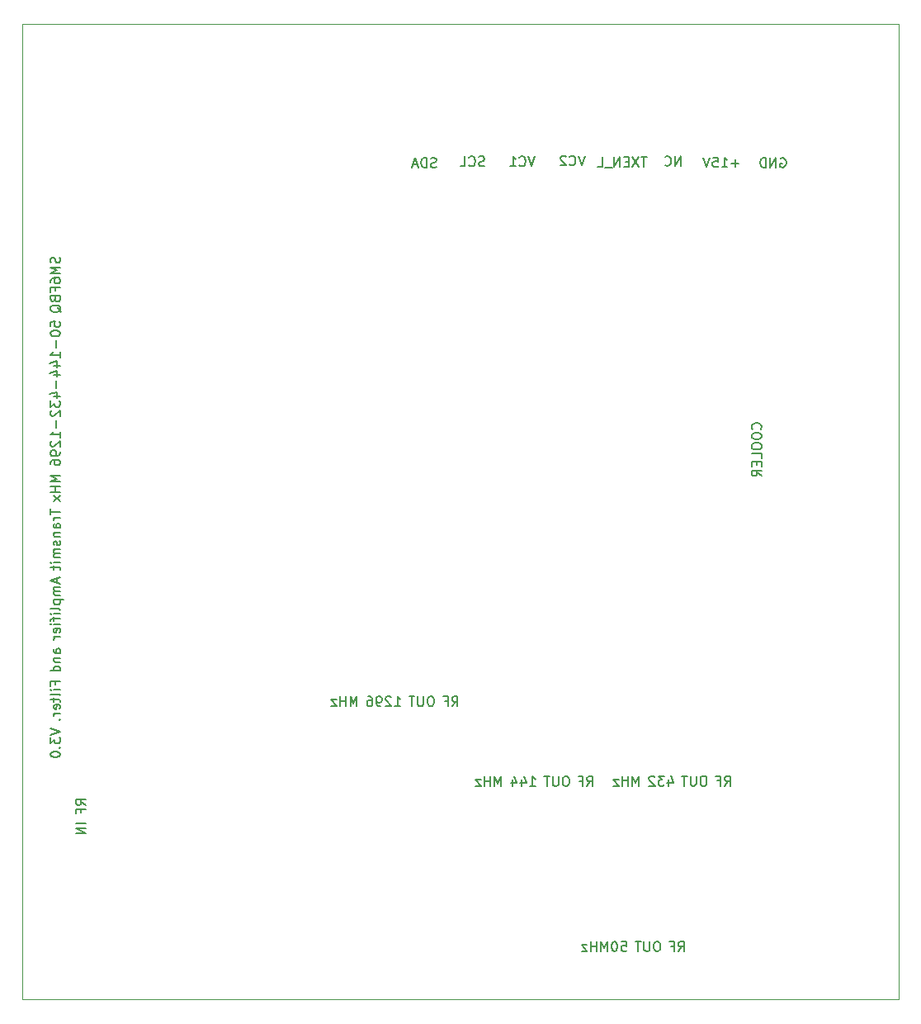
<source format=gbr>
%TF.GenerationSoftware,KiCad,Pcbnew,(7.0.0-0)*%
%TF.CreationDate,2023-05-05T21:57:13+02:00*%
%TF.ProjectId,Filter-forest-v3,46696c74-6572-42d6-966f-726573742d76,rev?*%
%TF.SameCoordinates,Original*%
%TF.FileFunction,Legend,Bot*%
%TF.FilePolarity,Positive*%
%FSLAX46Y46*%
G04 Gerber Fmt 4.6, Leading zero omitted, Abs format (unit mm)*
G04 Created by KiCad (PCBNEW (7.0.0-0)) date 2023-05-05 21:57:13*
%MOMM*%
%LPD*%
G01*
G04 APERTURE LIST*
%ADD10C,0.150000*%
%TA.AperFunction,Profile*%
%ADD11C,0.100000*%
%TD*%
G04 APERTURE END LIST*
D10*
X80044761Y-53900476D02*
X80092380Y-54043333D01*
X80092380Y-54043333D02*
X80092380Y-54281428D01*
X80092380Y-54281428D02*
X80044761Y-54376666D01*
X80044761Y-54376666D02*
X79997142Y-54424285D01*
X79997142Y-54424285D02*
X79901904Y-54471904D01*
X79901904Y-54471904D02*
X79806666Y-54471904D01*
X79806666Y-54471904D02*
X79711428Y-54424285D01*
X79711428Y-54424285D02*
X79663809Y-54376666D01*
X79663809Y-54376666D02*
X79616190Y-54281428D01*
X79616190Y-54281428D02*
X79568571Y-54090952D01*
X79568571Y-54090952D02*
X79520952Y-53995714D01*
X79520952Y-53995714D02*
X79473333Y-53948095D01*
X79473333Y-53948095D02*
X79378095Y-53900476D01*
X79378095Y-53900476D02*
X79282857Y-53900476D01*
X79282857Y-53900476D02*
X79187619Y-53948095D01*
X79187619Y-53948095D02*
X79140000Y-53995714D01*
X79140000Y-53995714D02*
X79092380Y-54090952D01*
X79092380Y-54090952D02*
X79092380Y-54329047D01*
X79092380Y-54329047D02*
X79140000Y-54471904D01*
X80092380Y-54900476D02*
X79092380Y-54900476D01*
X79092380Y-54900476D02*
X79806666Y-55233809D01*
X79806666Y-55233809D02*
X79092380Y-55567142D01*
X79092380Y-55567142D02*
X80092380Y-55567142D01*
X79092380Y-56471904D02*
X79092380Y-56281428D01*
X79092380Y-56281428D02*
X79140000Y-56186190D01*
X79140000Y-56186190D02*
X79187619Y-56138571D01*
X79187619Y-56138571D02*
X79330476Y-56043333D01*
X79330476Y-56043333D02*
X79520952Y-55995714D01*
X79520952Y-55995714D02*
X79901904Y-55995714D01*
X79901904Y-55995714D02*
X79997142Y-56043333D01*
X79997142Y-56043333D02*
X80044761Y-56090952D01*
X80044761Y-56090952D02*
X80092380Y-56186190D01*
X80092380Y-56186190D02*
X80092380Y-56376666D01*
X80092380Y-56376666D02*
X80044761Y-56471904D01*
X80044761Y-56471904D02*
X79997142Y-56519523D01*
X79997142Y-56519523D02*
X79901904Y-56567142D01*
X79901904Y-56567142D02*
X79663809Y-56567142D01*
X79663809Y-56567142D02*
X79568571Y-56519523D01*
X79568571Y-56519523D02*
X79520952Y-56471904D01*
X79520952Y-56471904D02*
X79473333Y-56376666D01*
X79473333Y-56376666D02*
X79473333Y-56186190D01*
X79473333Y-56186190D02*
X79520952Y-56090952D01*
X79520952Y-56090952D02*
X79568571Y-56043333D01*
X79568571Y-56043333D02*
X79663809Y-55995714D01*
X79568571Y-57329047D02*
X79568571Y-56995714D01*
X80092380Y-56995714D02*
X79092380Y-56995714D01*
X79092380Y-56995714D02*
X79092380Y-57471904D01*
X79568571Y-58186190D02*
X79616190Y-58329047D01*
X79616190Y-58329047D02*
X79663809Y-58376666D01*
X79663809Y-58376666D02*
X79759047Y-58424285D01*
X79759047Y-58424285D02*
X79901904Y-58424285D01*
X79901904Y-58424285D02*
X79997142Y-58376666D01*
X79997142Y-58376666D02*
X80044761Y-58329047D01*
X80044761Y-58329047D02*
X80092380Y-58233809D01*
X80092380Y-58233809D02*
X80092380Y-57852857D01*
X80092380Y-57852857D02*
X79092380Y-57852857D01*
X79092380Y-57852857D02*
X79092380Y-58186190D01*
X79092380Y-58186190D02*
X79140000Y-58281428D01*
X79140000Y-58281428D02*
X79187619Y-58329047D01*
X79187619Y-58329047D02*
X79282857Y-58376666D01*
X79282857Y-58376666D02*
X79378095Y-58376666D01*
X79378095Y-58376666D02*
X79473333Y-58329047D01*
X79473333Y-58329047D02*
X79520952Y-58281428D01*
X79520952Y-58281428D02*
X79568571Y-58186190D01*
X79568571Y-58186190D02*
X79568571Y-57852857D01*
X80187619Y-59519523D02*
X80140000Y-59424285D01*
X80140000Y-59424285D02*
X80044761Y-59329047D01*
X80044761Y-59329047D02*
X79901904Y-59186190D01*
X79901904Y-59186190D02*
X79854285Y-59090952D01*
X79854285Y-59090952D02*
X79854285Y-58995714D01*
X80092380Y-59043333D02*
X80044761Y-58948095D01*
X80044761Y-58948095D02*
X79949523Y-58852857D01*
X79949523Y-58852857D02*
X79759047Y-58805238D01*
X79759047Y-58805238D02*
X79425714Y-58805238D01*
X79425714Y-58805238D02*
X79235238Y-58852857D01*
X79235238Y-58852857D02*
X79140000Y-58948095D01*
X79140000Y-58948095D02*
X79092380Y-59043333D01*
X79092380Y-59043333D02*
X79092380Y-59233809D01*
X79092380Y-59233809D02*
X79140000Y-59329047D01*
X79140000Y-59329047D02*
X79235238Y-59424285D01*
X79235238Y-59424285D02*
X79425714Y-59471904D01*
X79425714Y-59471904D02*
X79759047Y-59471904D01*
X79759047Y-59471904D02*
X79949523Y-59424285D01*
X79949523Y-59424285D02*
X80044761Y-59329047D01*
X80044761Y-59329047D02*
X80092380Y-59233809D01*
X80092380Y-59233809D02*
X80092380Y-59043333D01*
X79092380Y-60976666D02*
X79092380Y-60500476D01*
X79092380Y-60500476D02*
X79568571Y-60452857D01*
X79568571Y-60452857D02*
X79520952Y-60500476D01*
X79520952Y-60500476D02*
X79473333Y-60595714D01*
X79473333Y-60595714D02*
X79473333Y-60833809D01*
X79473333Y-60833809D02*
X79520952Y-60929047D01*
X79520952Y-60929047D02*
X79568571Y-60976666D01*
X79568571Y-60976666D02*
X79663809Y-61024285D01*
X79663809Y-61024285D02*
X79901904Y-61024285D01*
X79901904Y-61024285D02*
X79997142Y-60976666D01*
X79997142Y-60976666D02*
X80044761Y-60929047D01*
X80044761Y-60929047D02*
X80092380Y-60833809D01*
X80092380Y-60833809D02*
X80092380Y-60595714D01*
X80092380Y-60595714D02*
X80044761Y-60500476D01*
X80044761Y-60500476D02*
X79997142Y-60452857D01*
X79092380Y-61643333D02*
X79092380Y-61738571D01*
X79092380Y-61738571D02*
X79140000Y-61833809D01*
X79140000Y-61833809D02*
X79187619Y-61881428D01*
X79187619Y-61881428D02*
X79282857Y-61929047D01*
X79282857Y-61929047D02*
X79473333Y-61976666D01*
X79473333Y-61976666D02*
X79711428Y-61976666D01*
X79711428Y-61976666D02*
X79901904Y-61929047D01*
X79901904Y-61929047D02*
X79997142Y-61881428D01*
X79997142Y-61881428D02*
X80044761Y-61833809D01*
X80044761Y-61833809D02*
X80092380Y-61738571D01*
X80092380Y-61738571D02*
X80092380Y-61643333D01*
X80092380Y-61643333D02*
X80044761Y-61548095D01*
X80044761Y-61548095D02*
X79997142Y-61500476D01*
X79997142Y-61500476D02*
X79901904Y-61452857D01*
X79901904Y-61452857D02*
X79711428Y-61405238D01*
X79711428Y-61405238D02*
X79473333Y-61405238D01*
X79473333Y-61405238D02*
X79282857Y-61452857D01*
X79282857Y-61452857D02*
X79187619Y-61500476D01*
X79187619Y-61500476D02*
X79140000Y-61548095D01*
X79140000Y-61548095D02*
X79092380Y-61643333D01*
X79711428Y-62405238D02*
X79711428Y-63167143D01*
X80092380Y-64167142D02*
X80092380Y-63595714D01*
X80092380Y-63881428D02*
X79092380Y-63881428D01*
X79092380Y-63881428D02*
X79235238Y-63786190D01*
X79235238Y-63786190D02*
X79330476Y-63690952D01*
X79330476Y-63690952D02*
X79378095Y-63595714D01*
X79425714Y-65024285D02*
X80092380Y-65024285D01*
X79044761Y-64786190D02*
X79759047Y-64548095D01*
X79759047Y-64548095D02*
X79759047Y-65167142D01*
X79425714Y-65976666D02*
X80092380Y-65976666D01*
X79044761Y-65738571D02*
X79759047Y-65500476D01*
X79759047Y-65500476D02*
X79759047Y-66119523D01*
X79711428Y-66500476D02*
X79711428Y-67262381D01*
X79425714Y-68167142D02*
X80092380Y-68167142D01*
X79044761Y-67929047D02*
X79759047Y-67690952D01*
X79759047Y-67690952D02*
X79759047Y-68309999D01*
X79092380Y-68595714D02*
X79092380Y-69214761D01*
X79092380Y-69214761D02*
X79473333Y-68881428D01*
X79473333Y-68881428D02*
X79473333Y-69024285D01*
X79473333Y-69024285D02*
X79520952Y-69119523D01*
X79520952Y-69119523D02*
X79568571Y-69167142D01*
X79568571Y-69167142D02*
X79663809Y-69214761D01*
X79663809Y-69214761D02*
X79901904Y-69214761D01*
X79901904Y-69214761D02*
X79997142Y-69167142D01*
X79997142Y-69167142D02*
X80044761Y-69119523D01*
X80044761Y-69119523D02*
X80092380Y-69024285D01*
X80092380Y-69024285D02*
X80092380Y-68738571D01*
X80092380Y-68738571D02*
X80044761Y-68643333D01*
X80044761Y-68643333D02*
X79997142Y-68595714D01*
X79187619Y-69595714D02*
X79140000Y-69643333D01*
X79140000Y-69643333D02*
X79092380Y-69738571D01*
X79092380Y-69738571D02*
X79092380Y-69976666D01*
X79092380Y-69976666D02*
X79140000Y-70071904D01*
X79140000Y-70071904D02*
X79187619Y-70119523D01*
X79187619Y-70119523D02*
X79282857Y-70167142D01*
X79282857Y-70167142D02*
X79378095Y-70167142D01*
X79378095Y-70167142D02*
X79520952Y-70119523D01*
X79520952Y-70119523D02*
X80092380Y-69548095D01*
X80092380Y-69548095D02*
X80092380Y-70167142D01*
X79711428Y-70595714D02*
X79711428Y-71357619D01*
X80092380Y-72357618D02*
X80092380Y-71786190D01*
X80092380Y-72071904D02*
X79092380Y-72071904D01*
X79092380Y-72071904D02*
X79235238Y-71976666D01*
X79235238Y-71976666D02*
X79330476Y-71881428D01*
X79330476Y-71881428D02*
X79378095Y-71786190D01*
X79187619Y-72738571D02*
X79140000Y-72786190D01*
X79140000Y-72786190D02*
X79092380Y-72881428D01*
X79092380Y-72881428D02*
X79092380Y-73119523D01*
X79092380Y-73119523D02*
X79140000Y-73214761D01*
X79140000Y-73214761D02*
X79187619Y-73262380D01*
X79187619Y-73262380D02*
X79282857Y-73309999D01*
X79282857Y-73309999D02*
X79378095Y-73309999D01*
X79378095Y-73309999D02*
X79520952Y-73262380D01*
X79520952Y-73262380D02*
X80092380Y-72690952D01*
X80092380Y-72690952D02*
X80092380Y-73309999D01*
X80092380Y-73786190D02*
X80092380Y-73976666D01*
X80092380Y-73976666D02*
X80044761Y-74071904D01*
X80044761Y-74071904D02*
X79997142Y-74119523D01*
X79997142Y-74119523D02*
X79854285Y-74214761D01*
X79854285Y-74214761D02*
X79663809Y-74262380D01*
X79663809Y-74262380D02*
X79282857Y-74262380D01*
X79282857Y-74262380D02*
X79187619Y-74214761D01*
X79187619Y-74214761D02*
X79140000Y-74167142D01*
X79140000Y-74167142D02*
X79092380Y-74071904D01*
X79092380Y-74071904D02*
X79092380Y-73881428D01*
X79092380Y-73881428D02*
X79140000Y-73786190D01*
X79140000Y-73786190D02*
X79187619Y-73738571D01*
X79187619Y-73738571D02*
X79282857Y-73690952D01*
X79282857Y-73690952D02*
X79520952Y-73690952D01*
X79520952Y-73690952D02*
X79616190Y-73738571D01*
X79616190Y-73738571D02*
X79663809Y-73786190D01*
X79663809Y-73786190D02*
X79711428Y-73881428D01*
X79711428Y-73881428D02*
X79711428Y-74071904D01*
X79711428Y-74071904D02*
X79663809Y-74167142D01*
X79663809Y-74167142D02*
X79616190Y-74214761D01*
X79616190Y-74214761D02*
X79520952Y-74262380D01*
X79092380Y-75119523D02*
X79092380Y-74929047D01*
X79092380Y-74929047D02*
X79140000Y-74833809D01*
X79140000Y-74833809D02*
X79187619Y-74786190D01*
X79187619Y-74786190D02*
X79330476Y-74690952D01*
X79330476Y-74690952D02*
X79520952Y-74643333D01*
X79520952Y-74643333D02*
X79901904Y-74643333D01*
X79901904Y-74643333D02*
X79997142Y-74690952D01*
X79997142Y-74690952D02*
X80044761Y-74738571D01*
X80044761Y-74738571D02*
X80092380Y-74833809D01*
X80092380Y-74833809D02*
X80092380Y-75024285D01*
X80092380Y-75024285D02*
X80044761Y-75119523D01*
X80044761Y-75119523D02*
X79997142Y-75167142D01*
X79997142Y-75167142D02*
X79901904Y-75214761D01*
X79901904Y-75214761D02*
X79663809Y-75214761D01*
X79663809Y-75214761D02*
X79568571Y-75167142D01*
X79568571Y-75167142D02*
X79520952Y-75119523D01*
X79520952Y-75119523D02*
X79473333Y-75024285D01*
X79473333Y-75024285D02*
X79473333Y-74833809D01*
X79473333Y-74833809D02*
X79520952Y-74738571D01*
X79520952Y-74738571D02*
X79568571Y-74690952D01*
X79568571Y-74690952D02*
X79663809Y-74643333D01*
X80092380Y-76243333D02*
X79092380Y-76243333D01*
X79092380Y-76243333D02*
X79806666Y-76576666D01*
X79806666Y-76576666D02*
X79092380Y-76909999D01*
X79092380Y-76909999D02*
X80092380Y-76909999D01*
X80092380Y-77386190D02*
X79092380Y-77386190D01*
X79568571Y-77386190D02*
X79568571Y-77957618D01*
X80092380Y-77957618D02*
X79092380Y-77957618D01*
X80092380Y-78338571D02*
X79425714Y-78862380D01*
X79425714Y-78338571D02*
X80092380Y-78862380D01*
X79092380Y-79700476D02*
X79092380Y-80271904D01*
X80092380Y-79986190D02*
X79092380Y-79986190D01*
X80092380Y-80605238D02*
X79425714Y-80605238D01*
X79616190Y-80605238D02*
X79520952Y-80652857D01*
X79520952Y-80652857D02*
X79473333Y-80700476D01*
X79473333Y-80700476D02*
X79425714Y-80795714D01*
X79425714Y-80795714D02*
X79425714Y-80890952D01*
X80092380Y-81652857D02*
X79568571Y-81652857D01*
X79568571Y-81652857D02*
X79473333Y-81605238D01*
X79473333Y-81605238D02*
X79425714Y-81510000D01*
X79425714Y-81510000D02*
X79425714Y-81319524D01*
X79425714Y-81319524D02*
X79473333Y-81224286D01*
X80044761Y-81652857D02*
X80092380Y-81557619D01*
X80092380Y-81557619D02*
X80092380Y-81319524D01*
X80092380Y-81319524D02*
X80044761Y-81224286D01*
X80044761Y-81224286D02*
X79949523Y-81176667D01*
X79949523Y-81176667D02*
X79854285Y-81176667D01*
X79854285Y-81176667D02*
X79759047Y-81224286D01*
X79759047Y-81224286D02*
X79711428Y-81319524D01*
X79711428Y-81319524D02*
X79711428Y-81557619D01*
X79711428Y-81557619D02*
X79663809Y-81652857D01*
X79425714Y-82129048D02*
X80092380Y-82129048D01*
X79520952Y-82129048D02*
X79473333Y-82176667D01*
X79473333Y-82176667D02*
X79425714Y-82271905D01*
X79425714Y-82271905D02*
X79425714Y-82414762D01*
X79425714Y-82414762D02*
X79473333Y-82510000D01*
X79473333Y-82510000D02*
X79568571Y-82557619D01*
X79568571Y-82557619D02*
X80092380Y-82557619D01*
X80044761Y-82986191D02*
X80092380Y-83081429D01*
X80092380Y-83081429D02*
X80092380Y-83271905D01*
X80092380Y-83271905D02*
X80044761Y-83367143D01*
X80044761Y-83367143D02*
X79949523Y-83414762D01*
X79949523Y-83414762D02*
X79901904Y-83414762D01*
X79901904Y-83414762D02*
X79806666Y-83367143D01*
X79806666Y-83367143D02*
X79759047Y-83271905D01*
X79759047Y-83271905D02*
X79759047Y-83129048D01*
X79759047Y-83129048D02*
X79711428Y-83033810D01*
X79711428Y-83033810D02*
X79616190Y-82986191D01*
X79616190Y-82986191D02*
X79568571Y-82986191D01*
X79568571Y-82986191D02*
X79473333Y-83033810D01*
X79473333Y-83033810D02*
X79425714Y-83129048D01*
X79425714Y-83129048D02*
X79425714Y-83271905D01*
X79425714Y-83271905D02*
X79473333Y-83367143D01*
X80092380Y-83843334D02*
X79425714Y-83843334D01*
X79520952Y-83843334D02*
X79473333Y-83890953D01*
X79473333Y-83890953D02*
X79425714Y-83986191D01*
X79425714Y-83986191D02*
X79425714Y-84129048D01*
X79425714Y-84129048D02*
X79473333Y-84224286D01*
X79473333Y-84224286D02*
X79568571Y-84271905D01*
X79568571Y-84271905D02*
X80092380Y-84271905D01*
X79568571Y-84271905D02*
X79473333Y-84319524D01*
X79473333Y-84319524D02*
X79425714Y-84414762D01*
X79425714Y-84414762D02*
X79425714Y-84557619D01*
X79425714Y-84557619D02*
X79473333Y-84652858D01*
X79473333Y-84652858D02*
X79568571Y-84700477D01*
X79568571Y-84700477D02*
X80092380Y-84700477D01*
X80092380Y-85176667D02*
X79425714Y-85176667D01*
X79092380Y-85176667D02*
X79140000Y-85129048D01*
X79140000Y-85129048D02*
X79187619Y-85176667D01*
X79187619Y-85176667D02*
X79140000Y-85224286D01*
X79140000Y-85224286D02*
X79092380Y-85176667D01*
X79092380Y-85176667D02*
X79187619Y-85176667D01*
X79425714Y-85510000D02*
X79425714Y-85890952D01*
X79092380Y-85652857D02*
X79949523Y-85652857D01*
X79949523Y-85652857D02*
X80044761Y-85700476D01*
X80044761Y-85700476D02*
X80092380Y-85795714D01*
X80092380Y-85795714D02*
X80092380Y-85890952D01*
X79806666Y-86776667D02*
X79806666Y-87252857D01*
X80092380Y-86681429D02*
X79092380Y-87014762D01*
X79092380Y-87014762D02*
X80092380Y-87348095D01*
X80092380Y-87681429D02*
X79425714Y-87681429D01*
X79520952Y-87681429D02*
X79473333Y-87729048D01*
X79473333Y-87729048D02*
X79425714Y-87824286D01*
X79425714Y-87824286D02*
X79425714Y-87967143D01*
X79425714Y-87967143D02*
X79473333Y-88062381D01*
X79473333Y-88062381D02*
X79568571Y-88110000D01*
X79568571Y-88110000D02*
X80092380Y-88110000D01*
X79568571Y-88110000D02*
X79473333Y-88157619D01*
X79473333Y-88157619D02*
X79425714Y-88252857D01*
X79425714Y-88252857D02*
X79425714Y-88395714D01*
X79425714Y-88395714D02*
X79473333Y-88490953D01*
X79473333Y-88490953D02*
X79568571Y-88538572D01*
X79568571Y-88538572D02*
X80092380Y-88538572D01*
X79425714Y-89014762D02*
X80425714Y-89014762D01*
X79473333Y-89014762D02*
X79425714Y-89110000D01*
X79425714Y-89110000D02*
X79425714Y-89300476D01*
X79425714Y-89300476D02*
X79473333Y-89395714D01*
X79473333Y-89395714D02*
X79520952Y-89443333D01*
X79520952Y-89443333D02*
X79616190Y-89490952D01*
X79616190Y-89490952D02*
X79901904Y-89490952D01*
X79901904Y-89490952D02*
X79997142Y-89443333D01*
X79997142Y-89443333D02*
X80044761Y-89395714D01*
X80044761Y-89395714D02*
X80092380Y-89300476D01*
X80092380Y-89300476D02*
X80092380Y-89110000D01*
X80092380Y-89110000D02*
X80044761Y-89014762D01*
X80092380Y-90062381D02*
X80044761Y-89967143D01*
X80044761Y-89967143D02*
X79949523Y-89919524D01*
X79949523Y-89919524D02*
X79092380Y-89919524D01*
X80092380Y-90443334D02*
X79425714Y-90443334D01*
X79092380Y-90443334D02*
X79140000Y-90395715D01*
X79140000Y-90395715D02*
X79187619Y-90443334D01*
X79187619Y-90443334D02*
X79140000Y-90490953D01*
X79140000Y-90490953D02*
X79092380Y-90443334D01*
X79092380Y-90443334D02*
X79187619Y-90443334D01*
X79425714Y-90776667D02*
X79425714Y-91157619D01*
X80092380Y-90919524D02*
X79235238Y-90919524D01*
X79235238Y-90919524D02*
X79140000Y-90967143D01*
X79140000Y-90967143D02*
X79092380Y-91062381D01*
X79092380Y-91062381D02*
X79092380Y-91157619D01*
X80092380Y-91490953D02*
X79425714Y-91490953D01*
X79092380Y-91490953D02*
X79140000Y-91443334D01*
X79140000Y-91443334D02*
X79187619Y-91490953D01*
X79187619Y-91490953D02*
X79140000Y-91538572D01*
X79140000Y-91538572D02*
X79092380Y-91490953D01*
X79092380Y-91490953D02*
X79187619Y-91490953D01*
X80044761Y-92348095D02*
X80092380Y-92252857D01*
X80092380Y-92252857D02*
X80092380Y-92062381D01*
X80092380Y-92062381D02*
X80044761Y-91967143D01*
X80044761Y-91967143D02*
X79949523Y-91919524D01*
X79949523Y-91919524D02*
X79568571Y-91919524D01*
X79568571Y-91919524D02*
X79473333Y-91967143D01*
X79473333Y-91967143D02*
X79425714Y-92062381D01*
X79425714Y-92062381D02*
X79425714Y-92252857D01*
X79425714Y-92252857D02*
X79473333Y-92348095D01*
X79473333Y-92348095D02*
X79568571Y-92395714D01*
X79568571Y-92395714D02*
X79663809Y-92395714D01*
X79663809Y-92395714D02*
X79759047Y-91919524D01*
X80092380Y-92824286D02*
X79425714Y-92824286D01*
X79616190Y-92824286D02*
X79520952Y-92871905D01*
X79520952Y-92871905D02*
X79473333Y-92919524D01*
X79473333Y-92919524D02*
X79425714Y-93014762D01*
X79425714Y-93014762D02*
X79425714Y-93110000D01*
X80092380Y-94471905D02*
X79568571Y-94471905D01*
X79568571Y-94471905D02*
X79473333Y-94424286D01*
X79473333Y-94424286D02*
X79425714Y-94329048D01*
X79425714Y-94329048D02*
X79425714Y-94138572D01*
X79425714Y-94138572D02*
X79473333Y-94043334D01*
X80044761Y-94471905D02*
X80092380Y-94376667D01*
X80092380Y-94376667D02*
X80092380Y-94138572D01*
X80092380Y-94138572D02*
X80044761Y-94043334D01*
X80044761Y-94043334D02*
X79949523Y-93995715D01*
X79949523Y-93995715D02*
X79854285Y-93995715D01*
X79854285Y-93995715D02*
X79759047Y-94043334D01*
X79759047Y-94043334D02*
X79711428Y-94138572D01*
X79711428Y-94138572D02*
X79711428Y-94376667D01*
X79711428Y-94376667D02*
X79663809Y-94471905D01*
X79425714Y-94948096D02*
X80092380Y-94948096D01*
X79520952Y-94948096D02*
X79473333Y-94995715D01*
X79473333Y-94995715D02*
X79425714Y-95090953D01*
X79425714Y-95090953D02*
X79425714Y-95233810D01*
X79425714Y-95233810D02*
X79473333Y-95329048D01*
X79473333Y-95329048D02*
X79568571Y-95376667D01*
X79568571Y-95376667D02*
X80092380Y-95376667D01*
X80092380Y-96281429D02*
X79092380Y-96281429D01*
X80044761Y-96281429D02*
X80092380Y-96186191D01*
X80092380Y-96186191D02*
X80092380Y-95995715D01*
X80092380Y-95995715D02*
X80044761Y-95900477D01*
X80044761Y-95900477D02*
X79997142Y-95852858D01*
X79997142Y-95852858D02*
X79901904Y-95805239D01*
X79901904Y-95805239D02*
X79616190Y-95805239D01*
X79616190Y-95805239D02*
X79520952Y-95852858D01*
X79520952Y-95852858D02*
X79473333Y-95900477D01*
X79473333Y-95900477D02*
X79425714Y-95995715D01*
X79425714Y-95995715D02*
X79425714Y-96186191D01*
X79425714Y-96186191D02*
X79473333Y-96281429D01*
X79568571Y-97690953D02*
X79568571Y-97357620D01*
X80092380Y-97357620D02*
X79092380Y-97357620D01*
X79092380Y-97357620D02*
X79092380Y-97833810D01*
X80092380Y-98214763D02*
X79425714Y-98214763D01*
X79092380Y-98214763D02*
X79140000Y-98167144D01*
X79140000Y-98167144D02*
X79187619Y-98214763D01*
X79187619Y-98214763D02*
X79140000Y-98262382D01*
X79140000Y-98262382D02*
X79092380Y-98214763D01*
X79092380Y-98214763D02*
X79187619Y-98214763D01*
X80092380Y-98833810D02*
X80044761Y-98738572D01*
X80044761Y-98738572D02*
X79949523Y-98690953D01*
X79949523Y-98690953D02*
X79092380Y-98690953D01*
X79425714Y-99071906D02*
X79425714Y-99452858D01*
X79092380Y-99214763D02*
X79949523Y-99214763D01*
X79949523Y-99214763D02*
X80044761Y-99262382D01*
X80044761Y-99262382D02*
X80092380Y-99357620D01*
X80092380Y-99357620D02*
X80092380Y-99452858D01*
X80044761Y-100167144D02*
X80092380Y-100071906D01*
X80092380Y-100071906D02*
X80092380Y-99881430D01*
X80092380Y-99881430D02*
X80044761Y-99786192D01*
X80044761Y-99786192D02*
X79949523Y-99738573D01*
X79949523Y-99738573D02*
X79568571Y-99738573D01*
X79568571Y-99738573D02*
X79473333Y-99786192D01*
X79473333Y-99786192D02*
X79425714Y-99881430D01*
X79425714Y-99881430D02*
X79425714Y-100071906D01*
X79425714Y-100071906D02*
X79473333Y-100167144D01*
X79473333Y-100167144D02*
X79568571Y-100214763D01*
X79568571Y-100214763D02*
X79663809Y-100214763D01*
X79663809Y-100214763D02*
X79759047Y-99738573D01*
X80092380Y-100643335D02*
X79425714Y-100643335D01*
X79616190Y-100643335D02*
X79520952Y-100690954D01*
X79520952Y-100690954D02*
X79473333Y-100738573D01*
X79473333Y-100738573D02*
X79425714Y-100833811D01*
X79425714Y-100833811D02*
X79425714Y-100929049D01*
X79997142Y-101262383D02*
X80044761Y-101310002D01*
X80044761Y-101310002D02*
X80092380Y-101262383D01*
X80092380Y-101262383D02*
X80044761Y-101214764D01*
X80044761Y-101214764D02*
X79997142Y-101262383D01*
X79997142Y-101262383D02*
X80092380Y-101262383D01*
X79092380Y-102195716D02*
X80092380Y-102529049D01*
X80092380Y-102529049D02*
X79092380Y-102862382D01*
X79092380Y-103100478D02*
X79092380Y-103719525D01*
X79092380Y-103719525D02*
X79473333Y-103386192D01*
X79473333Y-103386192D02*
X79473333Y-103529049D01*
X79473333Y-103529049D02*
X79520952Y-103624287D01*
X79520952Y-103624287D02*
X79568571Y-103671906D01*
X79568571Y-103671906D02*
X79663809Y-103719525D01*
X79663809Y-103719525D02*
X79901904Y-103719525D01*
X79901904Y-103719525D02*
X79997142Y-103671906D01*
X79997142Y-103671906D02*
X80044761Y-103624287D01*
X80044761Y-103624287D02*
X80092380Y-103529049D01*
X80092380Y-103529049D02*
X80092380Y-103243335D01*
X80092380Y-103243335D02*
X80044761Y-103148097D01*
X80044761Y-103148097D02*
X79997142Y-103100478D01*
X79997142Y-104148097D02*
X80044761Y-104195716D01*
X80044761Y-104195716D02*
X80092380Y-104148097D01*
X80092380Y-104148097D02*
X80044761Y-104100478D01*
X80044761Y-104100478D02*
X79997142Y-104148097D01*
X79997142Y-104148097D02*
X80092380Y-104148097D01*
X79092380Y-104814763D02*
X79092380Y-104910001D01*
X79092380Y-104910001D02*
X79140000Y-105005239D01*
X79140000Y-105005239D02*
X79187619Y-105052858D01*
X79187619Y-105052858D02*
X79282857Y-105100477D01*
X79282857Y-105100477D02*
X79473333Y-105148096D01*
X79473333Y-105148096D02*
X79711428Y-105148096D01*
X79711428Y-105148096D02*
X79901904Y-105100477D01*
X79901904Y-105100477D02*
X79997142Y-105052858D01*
X79997142Y-105052858D02*
X80044761Y-105005239D01*
X80044761Y-105005239D02*
X80092380Y-104910001D01*
X80092380Y-104910001D02*
X80092380Y-104814763D01*
X80092380Y-104814763D02*
X80044761Y-104719525D01*
X80044761Y-104719525D02*
X79997142Y-104671906D01*
X79997142Y-104671906D02*
X79901904Y-104624287D01*
X79901904Y-104624287D02*
X79711428Y-104576668D01*
X79711428Y-104576668D02*
X79473333Y-104576668D01*
X79473333Y-104576668D02*
X79282857Y-104624287D01*
X79282857Y-104624287D02*
X79187619Y-104671906D01*
X79187619Y-104671906D02*
X79140000Y-104719525D01*
X79140000Y-104719525D02*
X79092380Y-104814763D01*
X118679523Y-44634761D02*
X118536666Y-44682380D01*
X118536666Y-44682380D02*
X118298571Y-44682380D01*
X118298571Y-44682380D02*
X118203333Y-44634761D01*
X118203333Y-44634761D02*
X118155714Y-44587142D01*
X118155714Y-44587142D02*
X118108095Y-44491904D01*
X118108095Y-44491904D02*
X118108095Y-44396666D01*
X118108095Y-44396666D02*
X118155714Y-44301428D01*
X118155714Y-44301428D02*
X118203333Y-44253809D01*
X118203333Y-44253809D02*
X118298571Y-44206190D01*
X118298571Y-44206190D02*
X118489047Y-44158571D01*
X118489047Y-44158571D02*
X118584285Y-44110952D01*
X118584285Y-44110952D02*
X118631904Y-44063333D01*
X118631904Y-44063333D02*
X118679523Y-43968095D01*
X118679523Y-43968095D02*
X118679523Y-43872857D01*
X118679523Y-43872857D02*
X118631904Y-43777619D01*
X118631904Y-43777619D02*
X118584285Y-43730000D01*
X118584285Y-43730000D02*
X118489047Y-43682380D01*
X118489047Y-43682380D02*
X118250952Y-43682380D01*
X118250952Y-43682380D02*
X118108095Y-43730000D01*
X117679523Y-44682380D02*
X117679523Y-43682380D01*
X117679523Y-43682380D02*
X117441428Y-43682380D01*
X117441428Y-43682380D02*
X117298571Y-43730000D01*
X117298571Y-43730000D02*
X117203333Y-43825238D01*
X117203333Y-43825238D02*
X117155714Y-43920476D01*
X117155714Y-43920476D02*
X117108095Y-44110952D01*
X117108095Y-44110952D02*
X117108095Y-44253809D01*
X117108095Y-44253809D02*
X117155714Y-44444285D01*
X117155714Y-44444285D02*
X117203333Y-44539523D01*
X117203333Y-44539523D02*
X117298571Y-44634761D01*
X117298571Y-44634761D02*
X117441428Y-44682380D01*
X117441428Y-44682380D02*
X117679523Y-44682380D01*
X116727142Y-44396666D02*
X116250952Y-44396666D01*
X116822380Y-44682380D02*
X116489047Y-43682380D01*
X116489047Y-43682380D02*
X116155714Y-44682380D01*
X123629523Y-44504761D02*
X123486666Y-44552380D01*
X123486666Y-44552380D02*
X123248571Y-44552380D01*
X123248571Y-44552380D02*
X123153333Y-44504761D01*
X123153333Y-44504761D02*
X123105714Y-44457142D01*
X123105714Y-44457142D02*
X123058095Y-44361904D01*
X123058095Y-44361904D02*
X123058095Y-44266666D01*
X123058095Y-44266666D02*
X123105714Y-44171428D01*
X123105714Y-44171428D02*
X123153333Y-44123809D01*
X123153333Y-44123809D02*
X123248571Y-44076190D01*
X123248571Y-44076190D02*
X123439047Y-44028571D01*
X123439047Y-44028571D02*
X123534285Y-43980952D01*
X123534285Y-43980952D02*
X123581904Y-43933333D01*
X123581904Y-43933333D02*
X123629523Y-43838095D01*
X123629523Y-43838095D02*
X123629523Y-43742857D01*
X123629523Y-43742857D02*
X123581904Y-43647619D01*
X123581904Y-43647619D02*
X123534285Y-43600000D01*
X123534285Y-43600000D02*
X123439047Y-43552380D01*
X123439047Y-43552380D02*
X123200952Y-43552380D01*
X123200952Y-43552380D02*
X123058095Y-43600000D01*
X122058095Y-44457142D02*
X122105714Y-44504761D01*
X122105714Y-44504761D02*
X122248571Y-44552380D01*
X122248571Y-44552380D02*
X122343809Y-44552380D01*
X122343809Y-44552380D02*
X122486666Y-44504761D01*
X122486666Y-44504761D02*
X122581904Y-44409523D01*
X122581904Y-44409523D02*
X122629523Y-44314285D01*
X122629523Y-44314285D02*
X122677142Y-44123809D01*
X122677142Y-44123809D02*
X122677142Y-43980952D01*
X122677142Y-43980952D02*
X122629523Y-43790476D01*
X122629523Y-43790476D02*
X122581904Y-43695238D01*
X122581904Y-43695238D02*
X122486666Y-43600000D01*
X122486666Y-43600000D02*
X122343809Y-43552380D01*
X122343809Y-43552380D02*
X122248571Y-43552380D01*
X122248571Y-43552380D02*
X122105714Y-43600000D01*
X122105714Y-43600000D02*
X122058095Y-43647619D01*
X121153333Y-44552380D02*
X121629523Y-44552380D01*
X121629523Y-44552380D02*
X121629523Y-43552380D01*
X128794761Y-43552380D02*
X128461428Y-44552380D01*
X128461428Y-44552380D02*
X128128095Y-43552380D01*
X127223333Y-44457142D02*
X127270952Y-44504761D01*
X127270952Y-44504761D02*
X127413809Y-44552380D01*
X127413809Y-44552380D02*
X127509047Y-44552380D01*
X127509047Y-44552380D02*
X127651904Y-44504761D01*
X127651904Y-44504761D02*
X127747142Y-44409523D01*
X127747142Y-44409523D02*
X127794761Y-44314285D01*
X127794761Y-44314285D02*
X127842380Y-44123809D01*
X127842380Y-44123809D02*
X127842380Y-43980952D01*
X127842380Y-43980952D02*
X127794761Y-43790476D01*
X127794761Y-43790476D02*
X127747142Y-43695238D01*
X127747142Y-43695238D02*
X127651904Y-43600000D01*
X127651904Y-43600000D02*
X127509047Y-43552380D01*
X127509047Y-43552380D02*
X127413809Y-43552380D01*
X127413809Y-43552380D02*
X127270952Y-43600000D01*
X127270952Y-43600000D02*
X127223333Y-43647619D01*
X126270952Y-44552380D02*
X126842380Y-44552380D01*
X126556666Y-44552380D02*
X126556666Y-43552380D01*
X126556666Y-43552380D02*
X126651904Y-43695238D01*
X126651904Y-43695238D02*
X126747142Y-43790476D01*
X126747142Y-43790476D02*
X126842380Y-43838095D01*
X133934761Y-43482380D02*
X133601428Y-44482380D01*
X133601428Y-44482380D02*
X133268095Y-43482380D01*
X132363333Y-44387142D02*
X132410952Y-44434761D01*
X132410952Y-44434761D02*
X132553809Y-44482380D01*
X132553809Y-44482380D02*
X132649047Y-44482380D01*
X132649047Y-44482380D02*
X132791904Y-44434761D01*
X132791904Y-44434761D02*
X132887142Y-44339523D01*
X132887142Y-44339523D02*
X132934761Y-44244285D01*
X132934761Y-44244285D02*
X132982380Y-44053809D01*
X132982380Y-44053809D02*
X132982380Y-43910952D01*
X132982380Y-43910952D02*
X132934761Y-43720476D01*
X132934761Y-43720476D02*
X132887142Y-43625238D01*
X132887142Y-43625238D02*
X132791904Y-43530000D01*
X132791904Y-43530000D02*
X132649047Y-43482380D01*
X132649047Y-43482380D02*
X132553809Y-43482380D01*
X132553809Y-43482380D02*
X132410952Y-43530000D01*
X132410952Y-43530000D02*
X132363333Y-43577619D01*
X131982380Y-43577619D02*
X131934761Y-43530000D01*
X131934761Y-43530000D02*
X131839523Y-43482380D01*
X131839523Y-43482380D02*
X131601428Y-43482380D01*
X131601428Y-43482380D02*
X131506190Y-43530000D01*
X131506190Y-43530000D02*
X131458571Y-43577619D01*
X131458571Y-43577619D02*
X131410952Y-43672857D01*
X131410952Y-43672857D02*
X131410952Y-43768095D01*
X131410952Y-43768095D02*
X131458571Y-43910952D01*
X131458571Y-43910952D02*
X132029999Y-44482380D01*
X132029999Y-44482380D02*
X131410952Y-44482380D01*
X140294761Y-43602380D02*
X139723333Y-43602380D01*
X140009047Y-44602380D02*
X140009047Y-43602380D01*
X139485237Y-43602380D02*
X138818571Y-44602380D01*
X138818571Y-43602380D02*
X139485237Y-44602380D01*
X138437618Y-44078571D02*
X138104285Y-44078571D01*
X137961428Y-44602380D02*
X138437618Y-44602380D01*
X138437618Y-44602380D02*
X138437618Y-43602380D01*
X138437618Y-43602380D02*
X137961428Y-43602380D01*
X137532856Y-44602380D02*
X137532856Y-43602380D01*
X137532856Y-43602380D02*
X136961428Y-44602380D01*
X136961428Y-44602380D02*
X136961428Y-43602380D01*
X136723333Y-44697619D02*
X135961428Y-44697619D01*
X135247142Y-44602380D02*
X135723332Y-44602380D01*
X135723332Y-44602380D02*
X135723332Y-43602380D01*
X143771904Y-44512380D02*
X143771904Y-43512380D01*
X143771904Y-43512380D02*
X143200476Y-44512380D01*
X143200476Y-44512380D02*
X143200476Y-43512380D01*
X142152857Y-44417142D02*
X142200476Y-44464761D01*
X142200476Y-44464761D02*
X142343333Y-44512380D01*
X142343333Y-44512380D02*
X142438571Y-44512380D01*
X142438571Y-44512380D02*
X142581428Y-44464761D01*
X142581428Y-44464761D02*
X142676666Y-44369523D01*
X142676666Y-44369523D02*
X142724285Y-44274285D01*
X142724285Y-44274285D02*
X142771904Y-44083809D01*
X142771904Y-44083809D02*
X142771904Y-43940952D01*
X142771904Y-43940952D02*
X142724285Y-43750476D01*
X142724285Y-43750476D02*
X142676666Y-43655238D01*
X142676666Y-43655238D02*
X142581428Y-43560000D01*
X142581428Y-43560000D02*
X142438571Y-43512380D01*
X142438571Y-43512380D02*
X142343333Y-43512380D01*
X142343333Y-43512380D02*
X142200476Y-43560000D01*
X142200476Y-43560000D02*
X142152857Y-43607619D01*
X149741904Y-44261428D02*
X148980000Y-44261428D01*
X149360952Y-44642380D02*
X149360952Y-43880476D01*
X147980000Y-44642380D02*
X148551428Y-44642380D01*
X148265714Y-44642380D02*
X148265714Y-43642380D01*
X148265714Y-43642380D02*
X148360952Y-43785238D01*
X148360952Y-43785238D02*
X148456190Y-43880476D01*
X148456190Y-43880476D02*
X148551428Y-43928095D01*
X147075238Y-43642380D02*
X147551428Y-43642380D01*
X147551428Y-43642380D02*
X147599047Y-44118571D01*
X147599047Y-44118571D02*
X147551428Y-44070952D01*
X147551428Y-44070952D02*
X147456190Y-44023333D01*
X147456190Y-44023333D02*
X147218095Y-44023333D01*
X147218095Y-44023333D02*
X147122857Y-44070952D01*
X147122857Y-44070952D02*
X147075238Y-44118571D01*
X147075238Y-44118571D02*
X147027619Y-44213809D01*
X147027619Y-44213809D02*
X147027619Y-44451904D01*
X147027619Y-44451904D02*
X147075238Y-44547142D01*
X147075238Y-44547142D02*
X147122857Y-44594761D01*
X147122857Y-44594761D02*
X147218095Y-44642380D01*
X147218095Y-44642380D02*
X147456190Y-44642380D01*
X147456190Y-44642380D02*
X147551428Y-44594761D01*
X147551428Y-44594761D02*
X147599047Y-44547142D01*
X146741904Y-43642380D02*
X146408571Y-44642380D01*
X146408571Y-44642380D02*
X146075238Y-43642380D01*
X154008095Y-43730000D02*
X154103333Y-43682380D01*
X154103333Y-43682380D02*
X154246190Y-43682380D01*
X154246190Y-43682380D02*
X154389047Y-43730000D01*
X154389047Y-43730000D02*
X154484285Y-43825238D01*
X154484285Y-43825238D02*
X154531904Y-43920476D01*
X154531904Y-43920476D02*
X154579523Y-44110952D01*
X154579523Y-44110952D02*
X154579523Y-44253809D01*
X154579523Y-44253809D02*
X154531904Y-44444285D01*
X154531904Y-44444285D02*
X154484285Y-44539523D01*
X154484285Y-44539523D02*
X154389047Y-44634761D01*
X154389047Y-44634761D02*
X154246190Y-44682380D01*
X154246190Y-44682380D02*
X154150952Y-44682380D01*
X154150952Y-44682380D02*
X154008095Y-44634761D01*
X154008095Y-44634761D02*
X153960476Y-44587142D01*
X153960476Y-44587142D02*
X153960476Y-44253809D01*
X153960476Y-44253809D02*
X154150952Y-44253809D01*
X153531904Y-44682380D02*
X153531904Y-43682380D01*
X153531904Y-43682380D02*
X152960476Y-44682380D01*
X152960476Y-44682380D02*
X152960476Y-43682380D01*
X152484285Y-44682380D02*
X152484285Y-43682380D01*
X152484285Y-43682380D02*
X152246190Y-43682380D01*
X152246190Y-43682380D02*
X152103333Y-43730000D01*
X152103333Y-43730000D02*
X152008095Y-43825238D01*
X152008095Y-43825238D02*
X151960476Y-43920476D01*
X151960476Y-43920476D02*
X151912857Y-44110952D01*
X151912857Y-44110952D02*
X151912857Y-44253809D01*
X151912857Y-44253809D02*
X151960476Y-44444285D01*
X151960476Y-44444285D02*
X152008095Y-44539523D01*
X152008095Y-44539523D02*
X152103333Y-44634761D01*
X152103333Y-44634761D02*
X152246190Y-44682380D01*
X152246190Y-44682380D02*
X152484285Y-44682380D01*
X151957142Y-71499523D02*
X152004761Y-71451904D01*
X152004761Y-71451904D02*
X152052380Y-71309047D01*
X152052380Y-71309047D02*
X152052380Y-71213809D01*
X152052380Y-71213809D02*
X152004761Y-71070952D01*
X152004761Y-71070952D02*
X151909523Y-70975714D01*
X151909523Y-70975714D02*
X151814285Y-70928095D01*
X151814285Y-70928095D02*
X151623809Y-70880476D01*
X151623809Y-70880476D02*
X151480952Y-70880476D01*
X151480952Y-70880476D02*
X151290476Y-70928095D01*
X151290476Y-70928095D02*
X151195238Y-70975714D01*
X151195238Y-70975714D02*
X151100000Y-71070952D01*
X151100000Y-71070952D02*
X151052380Y-71213809D01*
X151052380Y-71213809D02*
X151052380Y-71309047D01*
X151052380Y-71309047D02*
X151100000Y-71451904D01*
X151100000Y-71451904D02*
X151147619Y-71499523D01*
X151052380Y-72118571D02*
X151052380Y-72309047D01*
X151052380Y-72309047D02*
X151100000Y-72404285D01*
X151100000Y-72404285D02*
X151195238Y-72499523D01*
X151195238Y-72499523D02*
X151385714Y-72547142D01*
X151385714Y-72547142D02*
X151719047Y-72547142D01*
X151719047Y-72547142D02*
X151909523Y-72499523D01*
X151909523Y-72499523D02*
X152004761Y-72404285D01*
X152004761Y-72404285D02*
X152052380Y-72309047D01*
X152052380Y-72309047D02*
X152052380Y-72118571D01*
X152052380Y-72118571D02*
X152004761Y-72023333D01*
X152004761Y-72023333D02*
X151909523Y-71928095D01*
X151909523Y-71928095D02*
X151719047Y-71880476D01*
X151719047Y-71880476D02*
X151385714Y-71880476D01*
X151385714Y-71880476D02*
X151195238Y-71928095D01*
X151195238Y-71928095D02*
X151100000Y-72023333D01*
X151100000Y-72023333D02*
X151052380Y-72118571D01*
X151052380Y-73166190D02*
X151052380Y-73356666D01*
X151052380Y-73356666D02*
X151100000Y-73451904D01*
X151100000Y-73451904D02*
X151195238Y-73547142D01*
X151195238Y-73547142D02*
X151385714Y-73594761D01*
X151385714Y-73594761D02*
X151719047Y-73594761D01*
X151719047Y-73594761D02*
X151909523Y-73547142D01*
X151909523Y-73547142D02*
X152004761Y-73451904D01*
X152004761Y-73451904D02*
X152052380Y-73356666D01*
X152052380Y-73356666D02*
X152052380Y-73166190D01*
X152052380Y-73166190D02*
X152004761Y-73070952D01*
X152004761Y-73070952D02*
X151909523Y-72975714D01*
X151909523Y-72975714D02*
X151719047Y-72928095D01*
X151719047Y-72928095D02*
X151385714Y-72928095D01*
X151385714Y-72928095D02*
X151195238Y-72975714D01*
X151195238Y-72975714D02*
X151100000Y-73070952D01*
X151100000Y-73070952D02*
X151052380Y-73166190D01*
X152052380Y-74499523D02*
X152052380Y-74023333D01*
X152052380Y-74023333D02*
X151052380Y-74023333D01*
X151528571Y-74832857D02*
X151528571Y-75166190D01*
X152052380Y-75309047D02*
X152052380Y-74832857D01*
X152052380Y-74832857D02*
X151052380Y-74832857D01*
X151052380Y-74832857D02*
X151052380Y-75309047D01*
X152052380Y-76309047D02*
X151576190Y-75975714D01*
X152052380Y-75737619D02*
X151052380Y-75737619D01*
X151052380Y-75737619D02*
X151052380Y-76118571D01*
X151052380Y-76118571D02*
X151100000Y-76213809D01*
X151100000Y-76213809D02*
X151147619Y-76261428D01*
X151147619Y-76261428D02*
X151242857Y-76309047D01*
X151242857Y-76309047D02*
X151385714Y-76309047D01*
X151385714Y-76309047D02*
X151480952Y-76261428D01*
X151480952Y-76261428D02*
X151528571Y-76213809D01*
X151528571Y-76213809D02*
X151576190Y-76118571D01*
X151576190Y-76118571D02*
X151576190Y-75737619D01*
X82732380Y-110039523D02*
X82256190Y-109706190D01*
X82732380Y-109468095D02*
X81732380Y-109468095D01*
X81732380Y-109468095D02*
X81732380Y-109849047D01*
X81732380Y-109849047D02*
X81780000Y-109944285D01*
X81780000Y-109944285D02*
X81827619Y-109991904D01*
X81827619Y-109991904D02*
X81922857Y-110039523D01*
X81922857Y-110039523D02*
X82065714Y-110039523D01*
X82065714Y-110039523D02*
X82160952Y-109991904D01*
X82160952Y-109991904D02*
X82208571Y-109944285D01*
X82208571Y-109944285D02*
X82256190Y-109849047D01*
X82256190Y-109849047D02*
X82256190Y-109468095D01*
X82208571Y-110801428D02*
X82208571Y-110468095D01*
X82732380Y-110468095D02*
X81732380Y-110468095D01*
X81732380Y-110468095D02*
X81732380Y-110944285D01*
X82732380Y-111925238D02*
X81732380Y-111925238D01*
X82732380Y-112401428D02*
X81732380Y-112401428D01*
X81732380Y-112401428D02*
X82732380Y-112972856D01*
X82732380Y-112972856D02*
X81732380Y-112972856D01*
X120290476Y-99912380D02*
X120623809Y-99436190D01*
X120861904Y-99912380D02*
X120861904Y-98912380D01*
X120861904Y-98912380D02*
X120480952Y-98912380D01*
X120480952Y-98912380D02*
X120385714Y-98960000D01*
X120385714Y-98960000D02*
X120338095Y-99007619D01*
X120338095Y-99007619D02*
X120290476Y-99102857D01*
X120290476Y-99102857D02*
X120290476Y-99245714D01*
X120290476Y-99245714D02*
X120338095Y-99340952D01*
X120338095Y-99340952D02*
X120385714Y-99388571D01*
X120385714Y-99388571D02*
X120480952Y-99436190D01*
X120480952Y-99436190D02*
X120861904Y-99436190D01*
X119528571Y-99388571D02*
X119861904Y-99388571D01*
X119861904Y-99912380D02*
X119861904Y-98912380D01*
X119861904Y-98912380D02*
X119385714Y-98912380D01*
X118214285Y-98912380D02*
X118023809Y-98912380D01*
X118023809Y-98912380D02*
X117928571Y-98960000D01*
X117928571Y-98960000D02*
X117833333Y-99055238D01*
X117833333Y-99055238D02*
X117785714Y-99245714D01*
X117785714Y-99245714D02*
X117785714Y-99579047D01*
X117785714Y-99579047D02*
X117833333Y-99769523D01*
X117833333Y-99769523D02*
X117928571Y-99864761D01*
X117928571Y-99864761D02*
X118023809Y-99912380D01*
X118023809Y-99912380D02*
X118214285Y-99912380D01*
X118214285Y-99912380D02*
X118309523Y-99864761D01*
X118309523Y-99864761D02*
X118404761Y-99769523D01*
X118404761Y-99769523D02*
X118452380Y-99579047D01*
X118452380Y-99579047D02*
X118452380Y-99245714D01*
X118452380Y-99245714D02*
X118404761Y-99055238D01*
X118404761Y-99055238D02*
X118309523Y-98960000D01*
X118309523Y-98960000D02*
X118214285Y-98912380D01*
X117357142Y-98912380D02*
X117357142Y-99721904D01*
X117357142Y-99721904D02*
X117309523Y-99817142D01*
X117309523Y-99817142D02*
X117261904Y-99864761D01*
X117261904Y-99864761D02*
X117166666Y-99912380D01*
X117166666Y-99912380D02*
X116976190Y-99912380D01*
X116976190Y-99912380D02*
X116880952Y-99864761D01*
X116880952Y-99864761D02*
X116833333Y-99817142D01*
X116833333Y-99817142D02*
X116785714Y-99721904D01*
X116785714Y-99721904D02*
X116785714Y-98912380D01*
X116452380Y-98912380D02*
X115880952Y-98912380D01*
X116166666Y-99912380D02*
X116166666Y-98912380D01*
X114423809Y-99912380D02*
X114995237Y-99912380D01*
X114709523Y-99912380D02*
X114709523Y-98912380D01*
X114709523Y-98912380D02*
X114804761Y-99055238D01*
X114804761Y-99055238D02*
X114899999Y-99150476D01*
X114899999Y-99150476D02*
X114995237Y-99198095D01*
X114042856Y-99007619D02*
X113995237Y-98960000D01*
X113995237Y-98960000D02*
X113899999Y-98912380D01*
X113899999Y-98912380D02*
X113661904Y-98912380D01*
X113661904Y-98912380D02*
X113566666Y-98960000D01*
X113566666Y-98960000D02*
X113519047Y-99007619D01*
X113519047Y-99007619D02*
X113471428Y-99102857D01*
X113471428Y-99102857D02*
X113471428Y-99198095D01*
X113471428Y-99198095D02*
X113519047Y-99340952D01*
X113519047Y-99340952D02*
X114090475Y-99912380D01*
X114090475Y-99912380D02*
X113471428Y-99912380D01*
X112995237Y-99912380D02*
X112804761Y-99912380D01*
X112804761Y-99912380D02*
X112709523Y-99864761D01*
X112709523Y-99864761D02*
X112661904Y-99817142D01*
X112661904Y-99817142D02*
X112566666Y-99674285D01*
X112566666Y-99674285D02*
X112519047Y-99483809D01*
X112519047Y-99483809D02*
X112519047Y-99102857D01*
X112519047Y-99102857D02*
X112566666Y-99007619D01*
X112566666Y-99007619D02*
X112614285Y-98960000D01*
X112614285Y-98960000D02*
X112709523Y-98912380D01*
X112709523Y-98912380D02*
X112899999Y-98912380D01*
X112899999Y-98912380D02*
X112995237Y-98960000D01*
X112995237Y-98960000D02*
X113042856Y-99007619D01*
X113042856Y-99007619D02*
X113090475Y-99102857D01*
X113090475Y-99102857D02*
X113090475Y-99340952D01*
X113090475Y-99340952D02*
X113042856Y-99436190D01*
X113042856Y-99436190D02*
X112995237Y-99483809D01*
X112995237Y-99483809D02*
X112899999Y-99531428D01*
X112899999Y-99531428D02*
X112709523Y-99531428D01*
X112709523Y-99531428D02*
X112614285Y-99483809D01*
X112614285Y-99483809D02*
X112566666Y-99436190D01*
X112566666Y-99436190D02*
X112519047Y-99340952D01*
X111661904Y-98912380D02*
X111852380Y-98912380D01*
X111852380Y-98912380D02*
X111947618Y-98960000D01*
X111947618Y-98960000D02*
X111995237Y-99007619D01*
X111995237Y-99007619D02*
X112090475Y-99150476D01*
X112090475Y-99150476D02*
X112138094Y-99340952D01*
X112138094Y-99340952D02*
X112138094Y-99721904D01*
X112138094Y-99721904D02*
X112090475Y-99817142D01*
X112090475Y-99817142D02*
X112042856Y-99864761D01*
X112042856Y-99864761D02*
X111947618Y-99912380D01*
X111947618Y-99912380D02*
X111757142Y-99912380D01*
X111757142Y-99912380D02*
X111661904Y-99864761D01*
X111661904Y-99864761D02*
X111614285Y-99817142D01*
X111614285Y-99817142D02*
X111566666Y-99721904D01*
X111566666Y-99721904D02*
X111566666Y-99483809D01*
X111566666Y-99483809D02*
X111614285Y-99388571D01*
X111614285Y-99388571D02*
X111661904Y-99340952D01*
X111661904Y-99340952D02*
X111757142Y-99293333D01*
X111757142Y-99293333D02*
X111947618Y-99293333D01*
X111947618Y-99293333D02*
X112042856Y-99340952D01*
X112042856Y-99340952D02*
X112090475Y-99388571D01*
X112090475Y-99388571D02*
X112138094Y-99483809D01*
X110538094Y-99912380D02*
X110538094Y-98912380D01*
X110538094Y-98912380D02*
X110204761Y-99626666D01*
X110204761Y-99626666D02*
X109871428Y-98912380D01*
X109871428Y-98912380D02*
X109871428Y-99912380D01*
X109395237Y-99912380D02*
X109395237Y-98912380D01*
X109395237Y-99388571D02*
X108823809Y-99388571D01*
X108823809Y-99912380D02*
X108823809Y-98912380D01*
X108442856Y-99245714D02*
X107919047Y-99245714D01*
X107919047Y-99245714D02*
X108442856Y-99912380D01*
X108442856Y-99912380D02*
X107919047Y-99912380D01*
X134150476Y-108112380D02*
X134483809Y-107636190D01*
X134721904Y-108112380D02*
X134721904Y-107112380D01*
X134721904Y-107112380D02*
X134340952Y-107112380D01*
X134340952Y-107112380D02*
X134245714Y-107160000D01*
X134245714Y-107160000D02*
X134198095Y-107207619D01*
X134198095Y-107207619D02*
X134150476Y-107302857D01*
X134150476Y-107302857D02*
X134150476Y-107445714D01*
X134150476Y-107445714D02*
X134198095Y-107540952D01*
X134198095Y-107540952D02*
X134245714Y-107588571D01*
X134245714Y-107588571D02*
X134340952Y-107636190D01*
X134340952Y-107636190D02*
X134721904Y-107636190D01*
X133388571Y-107588571D02*
X133721904Y-107588571D01*
X133721904Y-108112380D02*
X133721904Y-107112380D01*
X133721904Y-107112380D02*
X133245714Y-107112380D01*
X132074285Y-107112380D02*
X131883809Y-107112380D01*
X131883809Y-107112380D02*
X131788571Y-107160000D01*
X131788571Y-107160000D02*
X131693333Y-107255238D01*
X131693333Y-107255238D02*
X131645714Y-107445714D01*
X131645714Y-107445714D02*
X131645714Y-107779047D01*
X131645714Y-107779047D02*
X131693333Y-107969523D01*
X131693333Y-107969523D02*
X131788571Y-108064761D01*
X131788571Y-108064761D02*
X131883809Y-108112380D01*
X131883809Y-108112380D02*
X132074285Y-108112380D01*
X132074285Y-108112380D02*
X132169523Y-108064761D01*
X132169523Y-108064761D02*
X132264761Y-107969523D01*
X132264761Y-107969523D02*
X132312380Y-107779047D01*
X132312380Y-107779047D02*
X132312380Y-107445714D01*
X132312380Y-107445714D02*
X132264761Y-107255238D01*
X132264761Y-107255238D02*
X132169523Y-107160000D01*
X132169523Y-107160000D02*
X132074285Y-107112380D01*
X131217142Y-107112380D02*
X131217142Y-107921904D01*
X131217142Y-107921904D02*
X131169523Y-108017142D01*
X131169523Y-108017142D02*
X131121904Y-108064761D01*
X131121904Y-108064761D02*
X131026666Y-108112380D01*
X131026666Y-108112380D02*
X130836190Y-108112380D01*
X130836190Y-108112380D02*
X130740952Y-108064761D01*
X130740952Y-108064761D02*
X130693333Y-108017142D01*
X130693333Y-108017142D02*
X130645714Y-107921904D01*
X130645714Y-107921904D02*
X130645714Y-107112380D01*
X130312380Y-107112380D02*
X129740952Y-107112380D01*
X130026666Y-108112380D02*
X130026666Y-107112380D01*
X128283809Y-108112380D02*
X128855237Y-108112380D01*
X128569523Y-108112380D02*
X128569523Y-107112380D01*
X128569523Y-107112380D02*
X128664761Y-107255238D01*
X128664761Y-107255238D02*
X128759999Y-107350476D01*
X128759999Y-107350476D02*
X128855237Y-107398095D01*
X127426666Y-107445714D02*
X127426666Y-108112380D01*
X127664761Y-107064761D02*
X127902856Y-107779047D01*
X127902856Y-107779047D02*
X127283809Y-107779047D01*
X126474285Y-107445714D02*
X126474285Y-108112380D01*
X126712380Y-107064761D02*
X126950475Y-107779047D01*
X126950475Y-107779047D02*
X126331428Y-107779047D01*
X125350475Y-108112380D02*
X125350475Y-107112380D01*
X125350475Y-107112380D02*
X125017142Y-107826666D01*
X125017142Y-107826666D02*
X124683809Y-107112380D01*
X124683809Y-107112380D02*
X124683809Y-108112380D01*
X124207618Y-108112380D02*
X124207618Y-107112380D01*
X124207618Y-107588571D02*
X123636190Y-107588571D01*
X123636190Y-108112380D02*
X123636190Y-107112380D01*
X123255237Y-107445714D02*
X122731428Y-107445714D01*
X122731428Y-107445714D02*
X123255237Y-108112380D01*
X123255237Y-108112380D02*
X122731428Y-108112380D01*
X148280476Y-108072380D02*
X148613809Y-107596190D01*
X148851904Y-108072380D02*
X148851904Y-107072380D01*
X148851904Y-107072380D02*
X148470952Y-107072380D01*
X148470952Y-107072380D02*
X148375714Y-107120000D01*
X148375714Y-107120000D02*
X148328095Y-107167619D01*
X148328095Y-107167619D02*
X148280476Y-107262857D01*
X148280476Y-107262857D02*
X148280476Y-107405714D01*
X148280476Y-107405714D02*
X148328095Y-107500952D01*
X148328095Y-107500952D02*
X148375714Y-107548571D01*
X148375714Y-107548571D02*
X148470952Y-107596190D01*
X148470952Y-107596190D02*
X148851904Y-107596190D01*
X147518571Y-107548571D02*
X147851904Y-107548571D01*
X147851904Y-108072380D02*
X147851904Y-107072380D01*
X147851904Y-107072380D02*
X147375714Y-107072380D01*
X146204285Y-107072380D02*
X146013809Y-107072380D01*
X146013809Y-107072380D02*
X145918571Y-107120000D01*
X145918571Y-107120000D02*
X145823333Y-107215238D01*
X145823333Y-107215238D02*
X145775714Y-107405714D01*
X145775714Y-107405714D02*
X145775714Y-107739047D01*
X145775714Y-107739047D02*
X145823333Y-107929523D01*
X145823333Y-107929523D02*
X145918571Y-108024761D01*
X145918571Y-108024761D02*
X146013809Y-108072380D01*
X146013809Y-108072380D02*
X146204285Y-108072380D01*
X146204285Y-108072380D02*
X146299523Y-108024761D01*
X146299523Y-108024761D02*
X146394761Y-107929523D01*
X146394761Y-107929523D02*
X146442380Y-107739047D01*
X146442380Y-107739047D02*
X146442380Y-107405714D01*
X146442380Y-107405714D02*
X146394761Y-107215238D01*
X146394761Y-107215238D02*
X146299523Y-107120000D01*
X146299523Y-107120000D02*
X146204285Y-107072380D01*
X145347142Y-107072380D02*
X145347142Y-107881904D01*
X145347142Y-107881904D02*
X145299523Y-107977142D01*
X145299523Y-107977142D02*
X145251904Y-108024761D01*
X145251904Y-108024761D02*
X145156666Y-108072380D01*
X145156666Y-108072380D02*
X144966190Y-108072380D01*
X144966190Y-108072380D02*
X144870952Y-108024761D01*
X144870952Y-108024761D02*
X144823333Y-107977142D01*
X144823333Y-107977142D02*
X144775714Y-107881904D01*
X144775714Y-107881904D02*
X144775714Y-107072380D01*
X144442380Y-107072380D02*
X143870952Y-107072380D01*
X144156666Y-108072380D02*
X144156666Y-107072380D01*
X142509047Y-107405714D02*
X142509047Y-108072380D01*
X142747142Y-107024761D02*
X142985237Y-107739047D01*
X142985237Y-107739047D02*
X142366190Y-107739047D01*
X142080475Y-107072380D02*
X141461428Y-107072380D01*
X141461428Y-107072380D02*
X141794761Y-107453333D01*
X141794761Y-107453333D02*
X141651904Y-107453333D01*
X141651904Y-107453333D02*
X141556666Y-107500952D01*
X141556666Y-107500952D02*
X141509047Y-107548571D01*
X141509047Y-107548571D02*
X141461428Y-107643809D01*
X141461428Y-107643809D02*
X141461428Y-107881904D01*
X141461428Y-107881904D02*
X141509047Y-107977142D01*
X141509047Y-107977142D02*
X141556666Y-108024761D01*
X141556666Y-108024761D02*
X141651904Y-108072380D01*
X141651904Y-108072380D02*
X141937618Y-108072380D01*
X141937618Y-108072380D02*
X142032856Y-108024761D01*
X142032856Y-108024761D02*
X142080475Y-107977142D01*
X141080475Y-107167619D02*
X141032856Y-107120000D01*
X141032856Y-107120000D02*
X140937618Y-107072380D01*
X140937618Y-107072380D02*
X140699523Y-107072380D01*
X140699523Y-107072380D02*
X140604285Y-107120000D01*
X140604285Y-107120000D02*
X140556666Y-107167619D01*
X140556666Y-107167619D02*
X140509047Y-107262857D01*
X140509047Y-107262857D02*
X140509047Y-107358095D01*
X140509047Y-107358095D02*
X140556666Y-107500952D01*
X140556666Y-107500952D02*
X141128094Y-108072380D01*
X141128094Y-108072380D02*
X140509047Y-108072380D01*
X139480475Y-108072380D02*
X139480475Y-107072380D01*
X139480475Y-107072380D02*
X139147142Y-107786666D01*
X139147142Y-107786666D02*
X138813809Y-107072380D01*
X138813809Y-107072380D02*
X138813809Y-108072380D01*
X138337618Y-108072380D02*
X138337618Y-107072380D01*
X138337618Y-107548571D02*
X137766190Y-107548571D01*
X137766190Y-108072380D02*
X137766190Y-107072380D01*
X137385237Y-107405714D02*
X136861428Y-107405714D01*
X136861428Y-107405714D02*
X137385237Y-108072380D01*
X137385237Y-108072380D02*
X136861428Y-108072380D01*
X143510476Y-125032380D02*
X143843809Y-124556190D01*
X144081904Y-125032380D02*
X144081904Y-124032380D01*
X144081904Y-124032380D02*
X143700952Y-124032380D01*
X143700952Y-124032380D02*
X143605714Y-124080000D01*
X143605714Y-124080000D02*
X143558095Y-124127619D01*
X143558095Y-124127619D02*
X143510476Y-124222857D01*
X143510476Y-124222857D02*
X143510476Y-124365714D01*
X143510476Y-124365714D02*
X143558095Y-124460952D01*
X143558095Y-124460952D02*
X143605714Y-124508571D01*
X143605714Y-124508571D02*
X143700952Y-124556190D01*
X143700952Y-124556190D02*
X144081904Y-124556190D01*
X142748571Y-124508571D02*
X143081904Y-124508571D01*
X143081904Y-125032380D02*
X143081904Y-124032380D01*
X143081904Y-124032380D02*
X142605714Y-124032380D01*
X141434285Y-124032380D02*
X141243809Y-124032380D01*
X141243809Y-124032380D02*
X141148571Y-124080000D01*
X141148571Y-124080000D02*
X141053333Y-124175238D01*
X141053333Y-124175238D02*
X141005714Y-124365714D01*
X141005714Y-124365714D02*
X141005714Y-124699047D01*
X141005714Y-124699047D02*
X141053333Y-124889523D01*
X141053333Y-124889523D02*
X141148571Y-124984761D01*
X141148571Y-124984761D02*
X141243809Y-125032380D01*
X141243809Y-125032380D02*
X141434285Y-125032380D01*
X141434285Y-125032380D02*
X141529523Y-124984761D01*
X141529523Y-124984761D02*
X141624761Y-124889523D01*
X141624761Y-124889523D02*
X141672380Y-124699047D01*
X141672380Y-124699047D02*
X141672380Y-124365714D01*
X141672380Y-124365714D02*
X141624761Y-124175238D01*
X141624761Y-124175238D02*
X141529523Y-124080000D01*
X141529523Y-124080000D02*
X141434285Y-124032380D01*
X140577142Y-124032380D02*
X140577142Y-124841904D01*
X140577142Y-124841904D02*
X140529523Y-124937142D01*
X140529523Y-124937142D02*
X140481904Y-124984761D01*
X140481904Y-124984761D02*
X140386666Y-125032380D01*
X140386666Y-125032380D02*
X140196190Y-125032380D01*
X140196190Y-125032380D02*
X140100952Y-124984761D01*
X140100952Y-124984761D02*
X140053333Y-124937142D01*
X140053333Y-124937142D02*
X140005714Y-124841904D01*
X140005714Y-124841904D02*
X140005714Y-124032380D01*
X139672380Y-124032380D02*
X139100952Y-124032380D01*
X139386666Y-125032380D02*
X139386666Y-124032380D01*
X137691428Y-124032380D02*
X138167618Y-124032380D01*
X138167618Y-124032380D02*
X138215237Y-124508571D01*
X138215237Y-124508571D02*
X138167618Y-124460952D01*
X138167618Y-124460952D02*
X138072380Y-124413333D01*
X138072380Y-124413333D02*
X137834285Y-124413333D01*
X137834285Y-124413333D02*
X137739047Y-124460952D01*
X137739047Y-124460952D02*
X137691428Y-124508571D01*
X137691428Y-124508571D02*
X137643809Y-124603809D01*
X137643809Y-124603809D02*
X137643809Y-124841904D01*
X137643809Y-124841904D02*
X137691428Y-124937142D01*
X137691428Y-124937142D02*
X137739047Y-124984761D01*
X137739047Y-124984761D02*
X137834285Y-125032380D01*
X137834285Y-125032380D02*
X138072380Y-125032380D01*
X138072380Y-125032380D02*
X138167618Y-124984761D01*
X138167618Y-124984761D02*
X138215237Y-124937142D01*
X137024761Y-124032380D02*
X136929523Y-124032380D01*
X136929523Y-124032380D02*
X136834285Y-124080000D01*
X136834285Y-124080000D02*
X136786666Y-124127619D01*
X136786666Y-124127619D02*
X136739047Y-124222857D01*
X136739047Y-124222857D02*
X136691428Y-124413333D01*
X136691428Y-124413333D02*
X136691428Y-124651428D01*
X136691428Y-124651428D02*
X136739047Y-124841904D01*
X136739047Y-124841904D02*
X136786666Y-124937142D01*
X136786666Y-124937142D02*
X136834285Y-124984761D01*
X136834285Y-124984761D02*
X136929523Y-125032380D01*
X136929523Y-125032380D02*
X137024761Y-125032380D01*
X137024761Y-125032380D02*
X137119999Y-124984761D01*
X137119999Y-124984761D02*
X137167618Y-124937142D01*
X137167618Y-124937142D02*
X137215237Y-124841904D01*
X137215237Y-124841904D02*
X137262856Y-124651428D01*
X137262856Y-124651428D02*
X137262856Y-124413333D01*
X137262856Y-124413333D02*
X137215237Y-124222857D01*
X137215237Y-124222857D02*
X137167618Y-124127619D01*
X137167618Y-124127619D02*
X137119999Y-124080000D01*
X137119999Y-124080000D02*
X137024761Y-124032380D01*
X136262856Y-125032380D02*
X136262856Y-124032380D01*
X136262856Y-124032380D02*
X135929523Y-124746666D01*
X135929523Y-124746666D02*
X135596190Y-124032380D01*
X135596190Y-124032380D02*
X135596190Y-125032380D01*
X135119999Y-125032380D02*
X135119999Y-124032380D01*
X135119999Y-124508571D02*
X134548571Y-124508571D01*
X134548571Y-125032380D02*
X134548571Y-124032380D01*
X134167618Y-124365714D02*
X133643809Y-124365714D01*
X133643809Y-124365714D02*
X134167618Y-125032380D01*
X134167618Y-125032380D02*
X133643809Y-125032380D01*
D11*
X76228804Y-30004383D02*
X166158804Y-30004383D01*
X166158804Y-30004383D02*
X166158804Y-129944383D01*
X166158804Y-129944383D02*
X76228804Y-129944383D01*
X76228804Y-129944383D02*
X76228804Y-30004383D01*
M02*

</source>
